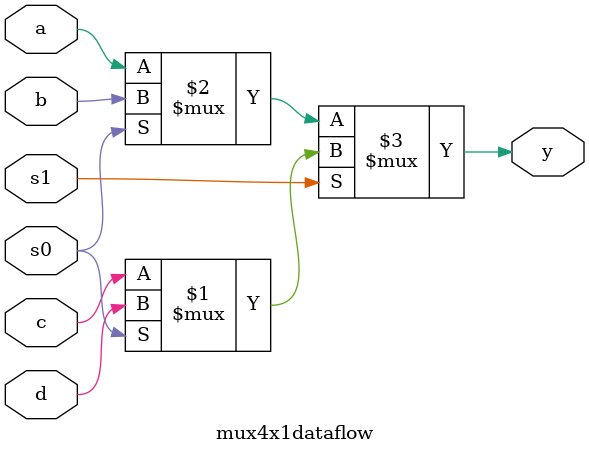
<source format=v>


module mux4x1dataflow(a,b,c,d,s0,s1,y);
input a,b,c,d;
input s0,s1;
output y;
assign y = s1?(s0?d:c):(s0?b:a);

endmodule

</source>
